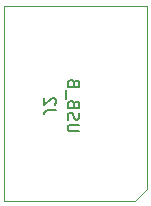
<source format=gbr>
G04 #@! TF.GenerationSoftware,KiCad,Pcbnew,6.0.2+dfsg-1*
G04 #@! TF.CreationDate,2022-12-26T21:57:55-05:00*
G04 #@! TF.ProjectId,RUSP_TestBoard,52555350-5f54-4657-9374-426f6172642e,rev?*
G04 #@! TF.SameCoordinates,Original*
G04 #@! TF.FileFunction,AssemblyDrawing,Bot*
%FSLAX46Y46*%
G04 Gerber Fmt 4.6, Leading zero omitted, Abs format (unit mm)*
G04 Created by KiCad (PCBNEW 6.0.2+dfsg-1) date 2022-12-26 21:57:55*
%MOMM*%
%LPD*%
G01*
G04 APERTURE LIST*
%ADD10C,0.150000*%
%ADD11C,0.100000*%
G04 APERTURE END LIST*
D10*
X147547619Y-39142857D02*
X146738095Y-39142857D01*
X146642857Y-39095238D01*
X146595238Y-39047619D01*
X146547619Y-38952380D01*
X146547619Y-38761904D01*
X146595238Y-38666666D01*
X146642857Y-38619047D01*
X146738095Y-38571428D01*
X147547619Y-38571428D01*
X146595238Y-38142857D02*
X146547619Y-38000000D01*
X146547619Y-37761904D01*
X146595238Y-37666666D01*
X146642857Y-37619047D01*
X146738095Y-37571428D01*
X146833333Y-37571428D01*
X146928571Y-37619047D01*
X146976190Y-37666666D01*
X147023809Y-37761904D01*
X147071428Y-37952380D01*
X147119047Y-38047619D01*
X147166666Y-38095238D01*
X147261904Y-38142857D01*
X147357142Y-38142857D01*
X147452380Y-38095238D01*
X147500000Y-38047619D01*
X147547619Y-37952380D01*
X147547619Y-37714285D01*
X147500000Y-37571428D01*
X147071428Y-36809523D02*
X147023809Y-36666666D01*
X146976190Y-36619047D01*
X146880952Y-36571428D01*
X146738095Y-36571428D01*
X146642857Y-36619047D01*
X146595238Y-36666666D01*
X146547619Y-36761904D01*
X146547619Y-37142857D01*
X147547619Y-37142857D01*
X147547619Y-36809523D01*
X147500000Y-36714285D01*
X147452380Y-36666666D01*
X147357142Y-36619047D01*
X147261904Y-36619047D01*
X147166666Y-36666666D01*
X147119047Y-36714285D01*
X147071428Y-36809523D01*
X147071428Y-37142857D01*
X146452380Y-36380952D02*
X146452380Y-35619047D01*
X147071428Y-35047619D02*
X147023809Y-34904761D01*
X146976190Y-34857142D01*
X146880952Y-34809523D01*
X146738095Y-34809523D01*
X146642857Y-34857142D01*
X146595238Y-34904761D01*
X146547619Y-35000000D01*
X146547619Y-35380952D01*
X147547619Y-35380952D01*
X147547619Y-35047619D01*
X147500000Y-34952380D01*
X147452380Y-34904761D01*
X147357142Y-34857142D01*
X147261904Y-34857142D01*
X147166666Y-34904761D01*
X147119047Y-34952380D01*
X147071428Y-35047619D01*
X147071428Y-35380952D01*
X145547619Y-37333333D02*
X144833333Y-37333333D01*
X144690476Y-37380952D01*
X144595238Y-37476190D01*
X144547619Y-37619047D01*
X144547619Y-37714285D01*
X145452380Y-36904761D02*
X145500000Y-36857142D01*
X145547619Y-36761904D01*
X145547619Y-36523809D01*
X145500000Y-36428571D01*
X145452380Y-36380952D01*
X145357142Y-36333333D01*
X145261904Y-36333333D01*
X145119047Y-36380952D01*
X144547619Y-36952380D01*
X144547619Y-36333333D01*
D11*
X153280000Y-44000000D02*
X153280000Y-28500000D01*
X152280000Y-45000000D02*
X153280000Y-44000000D01*
X141180000Y-45000000D02*
X152280000Y-45000000D01*
X141180000Y-28500000D02*
X141180000Y-45000000D01*
X153280000Y-28500000D02*
X141180000Y-28500000D01*
M02*

</source>
